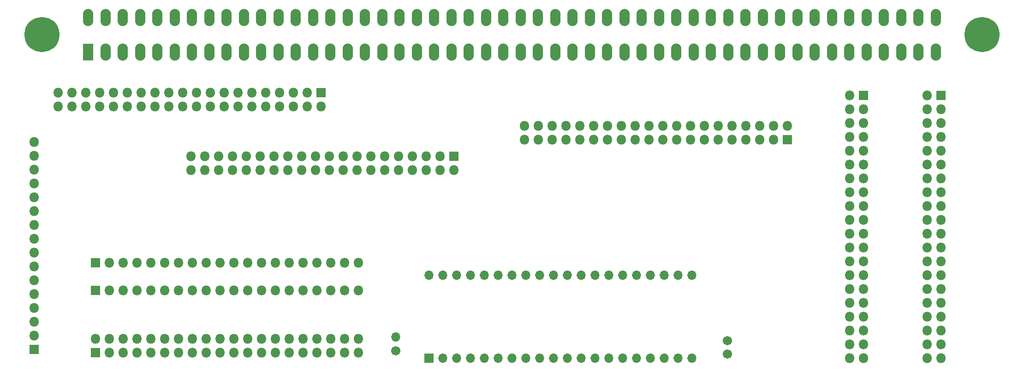
<source format=gbr>
G04 #@! TF.FileFunction,Soldermask,Bot*
%FSLAX46Y46*%
G04 Gerber Fmt 4.6, Leading zero omitted, Abs format (unit mm)*
G04 Created by KiCad (PCBNEW 4.0.7) date 01/03/18 18:17:07*
%MOMM*%
%LPD*%
G01*
G04 APERTURE LIST*
%ADD10C,0.100000*%
%ADD11R,1.801600X1.801600*%
%ADD12O,1.801600X1.801600*%
%ADD13R,1.701600X1.701600*%
%ADD14O,1.701600X1.701600*%
%ADD15O,1.879600X3.149600*%
%ADD16R,1.879600X3.149600*%
%ADD17C,6.451600*%
%ADD18C,1.701600*%
G04 APERTURE END LIST*
D10*
D11*
X62103000Y-112903000D03*
D12*
X62103000Y-110363000D03*
X62103000Y-107823000D03*
X62103000Y-105283000D03*
X62103000Y-102743000D03*
X62103000Y-100203000D03*
X62103000Y-97663000D03*
X62103000Y-95123000D03*
X62103000Y-92583000D03*
X62103000Y-90043000D03*
X62103000Y-87503000D03*
X62103000Y-84963000D03*
X62103000Y-82423000D03*
X62103000Y-79883000D03*
X62103000Y-77343000D03*
X62103000Y-74803000D03*
D13*
X134620000Y-114554000D03*
D14*
X182880000Y-99314000D03*
X137160000Y-114554000D03*
X180340000Y-99314000D03*
X139700000Y-114554000D03*
X177800000Y-99314000D03*
X142240000Y-114554000D03*
X175260000Y-99314000D03*
X144780000Y-114554000D03*
X172720000Y-99314000D03*
X147320000Y-114554000D03*
X170180000Y-99314000D03*
X149860000Y-114554000D03*
X167640000Y-99314000D03*
X152400000Y-114554000D03*
X165100000Y-99314000D03*
X154940000Y-114554000D03*
X162560000Y-99314000D03*
X157480000Y-114554000D03*
X160020000Y-99314000D03*
X160020000Y-114554000D03*
X157480000Y-99314000D03*
X162560000Y-114554000D03*
X154940000Y-99314000D03*
X165100000Y-114554000D03*
X152400000Y-99314000D03*
X167640000Y-114554000D03*
X149860000Y-99314000D03*
X170180000Y-114554000D03*
X147320000Y-99314000D03*
X172720000Y-114554000D03*
X144780000Y-99314000D03*
X175260000Y-114554000D03*
X142240000Y-99314000D03*
X177800000Y-114554000D03*
X139700000Y-99314000D03*
X180340000Y-114554000D03*
X137160000Y-99314000D03*
X182880000Y-114554000D03*
X134620000Y-99314000D03*
D11*
X73406000Y-102108000D03*
D12*
X75946000Y-102108000D03*
X78486000Y-102108000D03*
X81026000Y-102108000D03*
X83566000Y-102108000D03*
X86106000Y-102108000D03*
X88646000Y-102108000D03*
X91186000Y-102108000D03*
X93726000Y-102108000D03*
X96266000Y-102108000D03*
X98806000Y-102108000D03*
X101346000Y-102108000D03*
X103886000Y-102108000D03*
X106426000Y-102108000D03*
X108966000Y-102108000D03*
X111506000Y-102108000D03*
X114046000Y-102108000D03*
X116586000Y-102108000D03*
X119126000Y-102108000D03*
X121666000Y-102108000D03*
D11*
X73406000Y-97028000D03*
D12*
X75946000Y-97028000D03*
X78486000Y-97028000D03*
X81026000Y-97028000D03*
X83566000Y-97028000D03*
X86106000Y-97028000D03*
X88646000Y-97028000D03*
X91186000Y-97028000D03*
X93726000Y-97028000D03*
X96266000Y-97028000D03*
X98806000Y-97028000D03*
X101346000Y-97028000D03*
X103886000Y-97028000D03*
X106426000Y-97028000D03*
X108966000Y-97028000D03*
X111506000Y-97028000D03*
X114046000Y-97028000D03*
X116586000Y-97028000D03*
X119126000Y-97028000D03*
X121666000Y-97028000D03*
D11*
X73406000Y-113538000D03*
D12*
X73406000Y-110998000D03*
X75946000Y-113538000D03*
X75946000Y-110998000D03*
X78486000Y-113538000D03*
X78486000Y-110998000D03*
X81026000Y-113538000D03*
X81026000Y-110998000D03*
X83566000Y-113538000D03*
X83566000Y-110998000D03*
X86106000Y-113538000D03*
X86106000Y-110998000D03*
X88646000Y-113538000D03*
X88646000Y-110998000D03*
X91186000Y-113538000D03*
X91186000Y-110998000D03*
X93726000Y-113538000D03*
X93726000Y-110998000D03*
X96266000Y-113538000D03*
X96266000Y-110998000D03*
X98806000Y-113538000D03*
X98806000Y-110998000D03*
X101346000Y-113538000D03*
X101346000Y-110998000D03*
X103886000Y-113538000D03*
X103886000Y-110998000D03*
X106426000Y-113538000D03*
X106426000Y-110998000D03*
X108966000Y-113538000D03*
X108966000Y-110998000D03*
X111506000Y-113538000D03*
X111506000Y-110998000D03*
X114046000Y-113538000D03*
X114046000Y-110998000D03*
X116586000Y-113538000D03*
X116586000Y-110998000D03*
X119126000Y-113538000D03*
X119126000Y-110998000D03*
X121666000Y-113538000D03*
X121666000Y-110998000D03*
D15*
X72067420Y-51948080D03*
D16*
X72067420Y-58298080D03*
D15*
X87942420Y-51948080D03*
X75242420Y-58298080D03*
X91117420Y-51948080D03*
X78417420Y-58298080D03*
X94292420Y-51948080D03*
X81592420Y-58298080D03*
X97467420Y-51948080D03*
X84767420Y-58298080D03*
X100642420Y-51948080D03*
X87942420Y-58298080D03*
X103817420Y-51948080D03*
X91117420Y-58298080D03*
X106992420Y-51948080D03*
X94292420Y-58298080D03*
X110167420Y-51948080D03*
X97467420Y-58298080D03*
X113342420Y-51948080D03*
X100642420Y-58298080D03*
X116517420Y-51948080D03*
X103817420Y-58298080D03*
X119692420Y-51948080D03*
X106992420Y-58298080D03*
X110167420Y-58298080D03*
X122867420Y-51948080D03*
X113342420Y-58298080D03*
X119692420Y-58298080D03*
X122867420Y-58298080D03*
X126042420Y-58298080D03*
X129217420Y-58298080D03*
X126042420Y-51948080D03*
X129217420Y-51948080D03*
X75242420Y-51948080D03*
X78417420Y-51948080D03*
X81592420Y-51948080D03*
X84767420Y-51948080D03*
X132392420Y-51948080D03*
X132392420Y-58298080D03*
X116517420Y-58298080D03*
X135567420Y-58298080D03*
X135567420Y-51948080D03*
X138742420Y-58298080D03*
X138742420Y-51948080D03*
X141917420Y-58298080D03*
X141917420Y-51948080D03*
X145092420Y-58298080D03*
X145092420Y-51948080D03*
X148267420Y-58298080D03*
X148267420Y-51948080D03*
X151442420Y-58298080D03*
X151442420Y-51948080D03*
X154617420Y-58298080D03*
X154617420Y-51948080D03*
X157792420Y-58298080D03*
X157792420Y-51948080D03*
X160967420Y-58298080D03*
X160967420Y-51948080D03*
X164142420Y-58298080D03*
X164142420Y-51948080D03*
X167317420Y-58298080D03*
X167317420Y-51948080D03*
X170492420Y-58298080D03*
X170492420Y-51948080D03*
X173667420Y-58298080D03*
X173667420Y-51948080D03*
X176842420Y-58298080D03*
X176842420Y-51948080D03*
X180017420Y-58298080D03*
X180017420Y-51948080D03*
X183192420Y-58298080D03*
X183192420Y-51948080D03*
X186367420Y-58298080D03*
X186367420Y-51948080D03*
X189542420Y-58298080D03*
X189542420Y-51948080D03*
X192717420Y-58298080D03*
X192717420Y-51948080D03*
X195892420Y-58298080D03*
X195892420Y-51948080D03*
X199067420Y-58298080D03*
X199067420Y-51948080D03*
X202242420Y-58298080D03*
X202242420Y-51948080D03*
X205417420Y-58298080D03*
X205417420Y-51948080D03*
X208592420Y-58298080D03*
X208592420Y-51948080D03*
X211767420Y-58298080D03*
X211767420Y-51948080D03*
X214942420Y-58298080D03*
X214942420Y-51948080D03*
X218117420Y-58298080D03*
X218117420Y-51948080D03*
X221292420Y-58298080D03*
X221292420Y-51948080D03*
X224467420Y-58298080D03*
X224467420Y-51948080D03*
X227642420Y-58298080D03*
X227642420Y-51948080D03*
D17*
X236151420Y-55123080D03*
X63558420Y-55123080D03*
D18*
X189357000Y-113792000D03*
X189357000Y-111292000D03*
X128524000Y-113157000D03*
D14*
X128524000Y-110617000D03*
D11*
X114808000Y-65786000D03*
D12*
X114808000Y-68326000D03*
X112268000Y-65786000D03*
X112268000Y-68326000D03*
X109728000Y-65786000D03*
X109728000Y-68326000D03*
X107188000Y-65786000D03*
X107188000Y-68326000D03*
X104648000Y-65786000D03*
X104648000Y-68326000D03*
X102108000Y-65786000D03*
X102108000Y-68326000D03*
X99568000Y-65786000D03*
X99568000Y-68326000D03*
X97028000Y-65786000D03*
X97028000Y-68326000D03*
X94488000Y-65786000D03*
X94488000Y-68326000D03*
X91948000Y-65786000D03*
X91948000Y-68326000D03*
X89408000Y-65786000D03*
X89408000Y-68326000D03*
X86868000Y-65786000D03*
X86868000Y-68326000D03*
X84328000Y-65786000D03*
X84328000Y-68326000D03*
X81788000Y-65786000D03*
X81788000Y-68326000D03*
X79248000Y-65786000D03*
X79248000Y-68326000D03*
X76708000Y-65786000D03*
X76708000Y-68326000D03*
X74168000Y-65786000D03*
X74168000Y-68326000D03*
X71628000Y-65786000D03*
X71628000Y-68326000D03*
X69088000Y-65786000D03*
X69088000Y-68326000D03*
X66548000Y-65786000D03*
X66548000Y-68326000D03*
D11*
X139192000Y-77470000D03*
D12*
X139192000Y-80010000D03*
X136652000Y-77470000D03*
X136652000Y-80010000D03*
X134112000Y-77470000D03*
X134112000Y-80010000D03*
X131572000Y-77470000D03*
X131572000Y-80010000D03*
X129032000Y-77470000D03*
X129032000Y-80010000D03*
X126492000Y-77470000D03*
X126492000Y-80010000D03*
X123952000Y-77470000D03*
X123952000Y-80010000D03*
X121412000Y-77470000D03*
X121412000Y-80010000D03*
X118872000Y-77470000D03*
X118872000Y-80010000D03*
X116332000Y-77470000D03*
X116332000Y-80010000D03*
X113792000Y-77470000D03*
X113792000Y-80010000D03*
X111252000Y-77470000D03*
X111252000Y-80010000D03*
X108712000Y-77470000D03*
X108712000Y-80010000D03*
X106172000Y-77470000D03*
X106172000Y-80010000D03*
X103632000Y-77470000D03*
X103632000Y-80010000D03*
X101092000Y-77470000D03*
X101092000Y-80010000D03*
X98552000Y-77470000D03*
X98552000Y-80010000D03*
X96012000Y-77470000D03*
X96012000Y-80010000D03*
X93472000Y-77470000D03*
X93472000Y-80010000D03*
X90932000Y-77470000D03*
X90932000Y-80010000D03*
D11*
X200423000Y-74410000D03*
D12*
X200423000Y-71870000D03*
X197883000Y-74410000D03*
X197883000Y-71870000D03*
X195343000Y-74410000D03*
X195343000Y-71870000D03*
X192803000Y-74410000D03*
X192803000Y-71870000D03*
X190263000Y-74410000D03*
X190263000Y-71870000D03*
X187723000Y-74410000D03*
X187723000Y-71870000D03*
X185183000Y-74410000D03*
X185183000Y-71870000D03*
X182643000Y-74410000D03*
X182643000Y-71870000D03*
X180103000Y-74410000D03*
X180103000Y-71870000D03*
X177563000Y-74410000D03*
X177563000Y-71870000D03*
X175023000Y-74410000D03*
X175023000Y-71870000D03*
X172483000Y-74410000D03*
X172483000Y-71870000D03*
X169943000Y-74410000D03*
X169943000Y-71870000D03*
X167403000Y-74410000D03*
X167403000Y-71870000D03*
X164863000Y-74410000D03*
X164863000Y-71870000D03*
X162323000Y-74410000D03*
X162323000Y-71870000D03*
X159783000Y-74410000D03*
X159783000Y-71870000D03*
X157243000Y-74410000D03*
X157243000Y-71870000D03*
X154703000Y-74410000D03*
X154703000Y-71870000D03*
X152163000Y-74410000D03*
X152163000Y-71870000D03*
D11*
X214364000Y-66277000D03*
D12*
X211824000Y-66277000D03*
X214364000Y-68817000D03*
X211824000Y-68817000D03*
X214364000Y-71357000D03*
X211824000Y-71357000D03*
X214364000Y-73897000D03*
X211824000Y-73897000D03*
X214364000Y-76437000D03*
X211824000Y-76437000D03*
X214364000Y-78977000D03*
X211824000Y-78977000D03*
X214364000Y-81517000D03*
X211824000Y-81517000D03*
X214364000Y-84057000D03*
X211824000Y-84057000D03*
X214364000Y-86597000D03*
X211824000Y-86597000D03*
X214364000Y-89137000D03*
X211824000Y-89137000D03*
X214364000Y-91677000D03*
X211824000Y-91677000D03*
X214364000Y-94217000D03*
X211824000Y-94217000D03*
X214364000Y-96757000D03*
X211824000Y-96757000D03*
X214364000Y-99297000D03*
X211824000Y-99297000D03*
X214364000Y-101837000D03*
X211824000Y-101837000D03*
X214364000Y-104377000D03*
X211824000Y-104377000D03*
X214364000Y-106917000D03*
X211824000Y-106917000D03*
X214364000Y-109457000D03*
X211824000Y-109457000D03*
X214364000Y-111997000D03*
X211824000Y-111997000D03*
X214364000Y-114537000D03*
X211824000Y-114537000D03*
D11*
X228588000Y-66277000D03*
D12*
X226048000Y-66277000D03*
X228588000Y-68817000D03*
X226048000Y-68817000D03*
X228588000Y-71357000D03*
X226048000Y-71357000D03*
X228588000Y-73897000D03*
X226048000Y-73897000D03*
X228588000Y-76437000D03*
X226048000Y-76437000D03*
X228588000Y-78977000D03*
X226048000Y-78977000D03*
X228588000Y-81517000D03*
X226048000Y-81517000D03*
X228588000Y-84057000D03*
X226048000Y-84057000D03*
X228588000Y-86597000D03*
X226048000Y-86597000D03*
X228588000Y-89137000D03*
X226048000Y-89137000D03*
X228588000Y-91677000D03*
X226048000Y-91677000D03*
X228588000Y-94217000D03*
X226048000Y-94217000D03*
X228588000Y-96757000D03*
X226048000Y-96757000D03*
X228588000Y-99297000D03*
X226048000Y-99297000D03*
X228588000Y-101837000D03*
X226048000Y-101837000D03*
X228588000Y-104377000D03*
X226048000Y-104377000D03*
X228588000Y-106917000D03*
X226048000Y-106917000D03*
X228588000Y-109457000D03*
X226048000Y-109457000D03*
X228588000Y-111997000D03*
X226048000Y-111997000D03*
X228588000Y-114537000D03*
X226048000Y-114537000D03*
M02*

</source>
